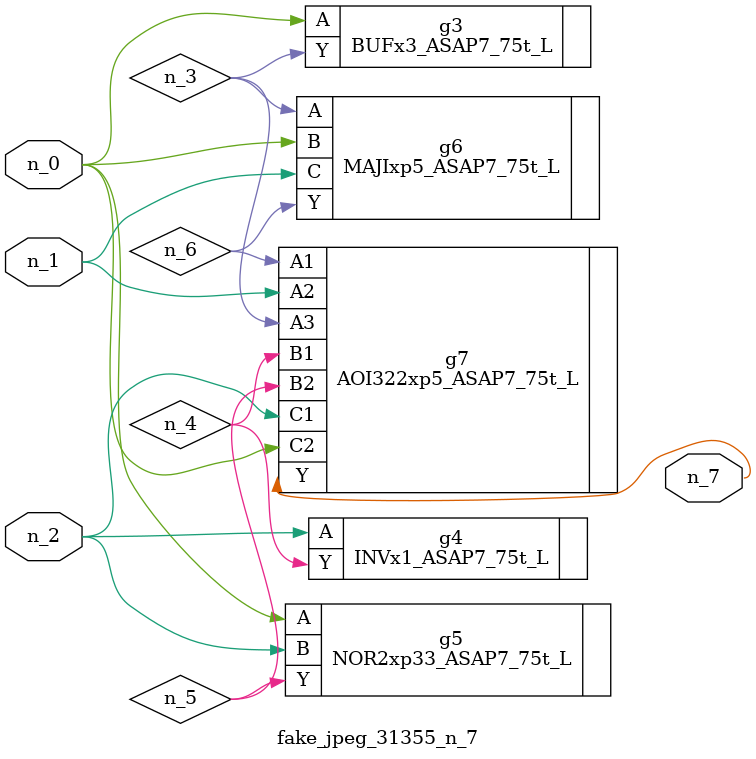
<source format=v>
module fake_jpeg_31355_n_7 (n_0, n_2, n_1, n_7);

input n_0;
input n_2;
input n_1;

output n_7;

wire n_3;
wire n_4;
wire n_6;
wire n_5;

BUFx3_ASAP7_75t_L g3 ( 
.A(n_0),
.Y(n_3)
);

INVx1_ASAP7_75t_L g4 ( 
.A(n_2),
.Y(n_4)
);

NOR2xp33_ASAP7_75t_L g5 ( 
.A(n_0),
.B(n_2),
.Y(n_5)
);

MAJIxp5_ASAP7_75t_L g6 ( 
.A(n_3),
.B(n_0),
.C(n_1),
.Y(n_6)
);

AOI322xp5_ASAP7_75t_L g7 ( 
.A1(n_6),
.A2(n_1),
.A3(n_3),
.B1(n_4),
.B2(n_5),
.C1(n_2),
.C2(n_0),
.Y(n_7)
);


endmodule
</source>
